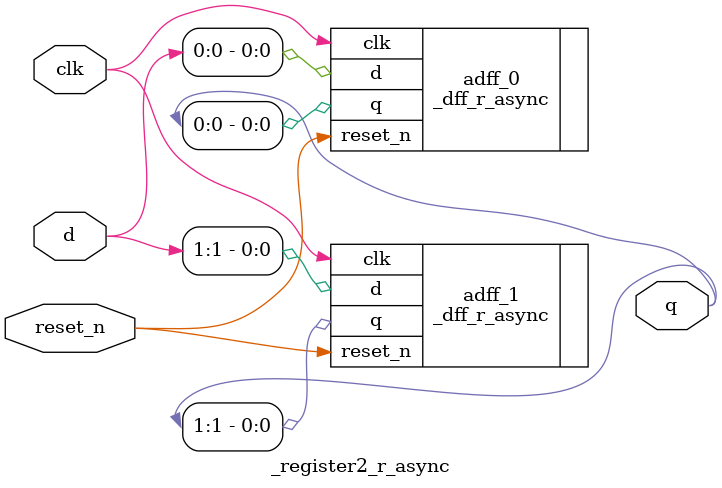
<source format=v>
module _register2_r_async(clk, reset_n, d, q); //2-bits register
  input clk, reset_n;
  input [1:0] d;
  output [1:0] q;
  
  //instance
  _dff_r_async adff_0(.clk(clk), .reset_n(reset_n), .d(d[0]), .q(q[0]));
  _dff_r_async adff_1(.clk(clk), .reset_n(reset_n), .d(d[1]), .q(q[1]));
  
endmodule

</source>
